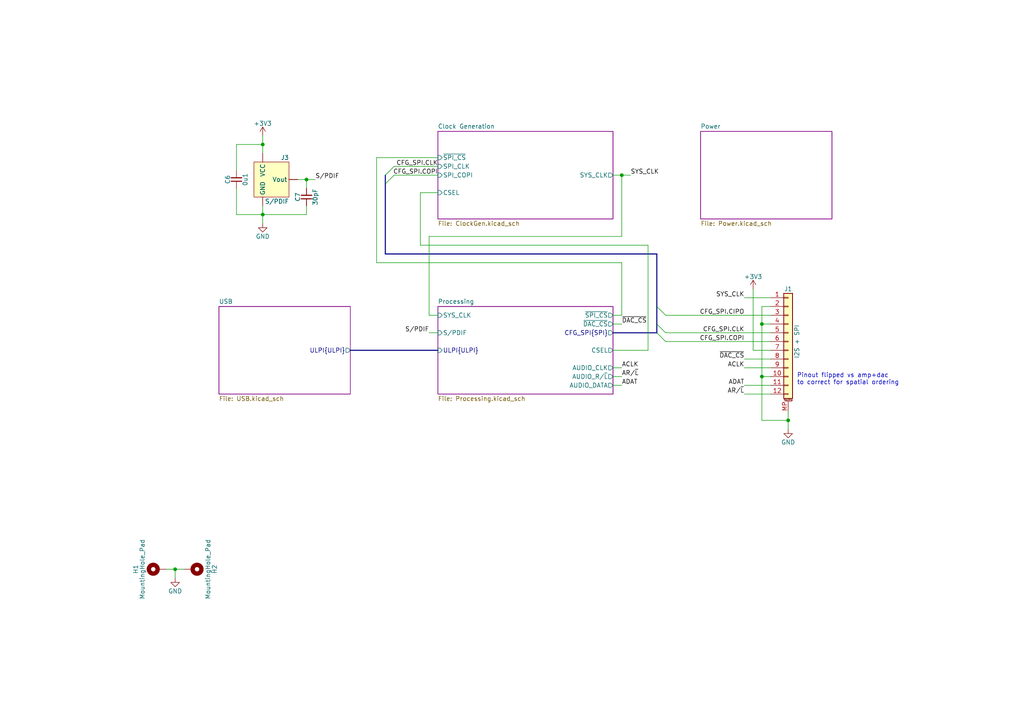
<source format=kicad_sch>
(kicad_sch (version 20211123) (generator eeschema)
  (paper "A4")
  (lib_symbols
    (symbol "Connector_Generic_MountingPin:Conn_01x12_MountingPin" (pin_names (offset 1.016) hide)
      (property "Reference" "J" (at 0 15.24 0))
      (property "Value" "Conn_01x12_MountingPin" (at 1.27 -17.78 0))
      (symbol "Conn_01x12_MountingPin_1_1"
        (rectangle (start -1.27 -15.113) (end 0 -15.367) (stroke (width 0.1524)))
        (rectangle (start -1.27 -12.573) (end 0 -12.827) (stroke (width 0.1524)))
        (rectangle (start -1.27 -10.033) (end 0 -10.287) (stroke (width 0.1524)))
        (rectangle (start -1.27 -7.493) (end 0 -7.747) (stroke (width 0.1524)))
        (rectangle (start -1.27 -4.953) (end 0 -5.207) (stroke (width 0.1524)))
        (rectangle (start -1.27 -2.413) (end 0 -2.667) (stroke (width 0.1524)))
        (rectangle (start -1.27 0.127) (end 0 -0.127) (stroke (width 0.1524)))
        (rectangle (start -1.27 2.667) (end 0 2.413) (stroke (width 0.1524)))
        (rectangle (start -1.27 5.207) (end 0 4.953) (stroke (width 0.1524)))
        (rectangle (start -1.27 7.747) (end 0 7.493) (stroke (width 0.1524)))
        (rectangle (start -1.27 10.287) (end 0 10.033) (stroke (width 0.1524)))
        (rectangle (start -1.27 12.827) (end 0 12.573) (stroke (width 0.1524)))
        (rectangle (start -1.27 13.97) (end 1.27 -16.51) (stroke (width 0.254)) (fill (type background)))
        (polyline (pts (xy -1.016 -17.272) (xy 1.016 -17.272)) (stroke (width 0.1524)))
        (text "Mounting" (at 0 -16.891 0) (effects (font (size 0.381 0.381))))
        (pin passive line (at -5.08 12.7 0) (length 3.81) (name "Pin_1") (number "1"))
        (pin passive line (at -5.08 -10.16 0) (length 3.81) (name "Pin_10") (number "10"))
        (pin passive line (at -5.08 -12.7 0) (length 3.81) (name "Pin_11") (number "11"))
        (pin passive line (at -5.08 -15.24 0) (length 3.81) (name "Pin_12") (number "12"))
        (pin passive line (at -5.08 10.16 0) (length 3.81) (name "Pin_2") (number "2"))
        (pin passive line (at -5.08 7.62 0) (length 3.81) (name "Pin_3") (number "3"))
        (pin passive line (at -5.08 5.08 0) (length 3.81) (name "Pin_4") (number "4"))
        (pin passive line (at -5.08 2.54 0) (length 3.81) (name "Pin_5") (number "5"))
        (pin passive line (at -5.08 0 0) (length 3.81) (name "Pin_6") (number "6"))
        (pin passive line (at -5.08 -2.54 0) (length 3.81) (name "Pin_7") (number "7"))
        (pin passive line (at -5.08 -5.08 0) (length 3.81) (name "Pin_8") (number "8"))
        (pin passive line (at -5.08 -7.62 0) (length 3.81) (name "Pin_9") (number "9"))
        (pin passive line (at 0 -20.32 90) (length 3.048) (name "MountPin") (number "MP"))
      )
    )
    (symbol "DX-MON:S{slash}PDIF" (pin_numbers hide)
      (property "Reference" "J" (at 5.08 6.35 0))
      (property "Value" "S{slash}PDIF" (at 5.08 -6.35 0))
      (symbol "S{slash}PDIF_0_1"
        (rectangle (start 5.08 5.08) (end -5.08 -5.08) (stroke (width 0.1524)) (fill (type background)))
      )
      (symbol "S{slash}PDIF_1_1"
        (pin output line (at 7.62 0 180) (length 2.54) (name "Vout") (number "1"))
        (pin power_in line (at -2.54 -7.62 90) (length 2.54) (name "GND") (number "2"))
        (pin power_in line (at -2.54 7.62 270) (length 2.54) (name "VCC") (number "3"))
      )
    )
    (symbol "Device:C_Small" (pin_numbers hide) (pin_names (offset 0.254) hide)
      (property "Reference" "C" (at 0.254 1.778 0))
      (property "Value" "C_Small" (at 0.254 -2.032 0))
      (symbol "C_Small_0_1"
        (polyline (pts (xy -1.524 -0.508) (xy 1.524 -0.508)) (stroke (width 0.3302)))
        (polyline (pts (xy -1.524 0.508) (xy 1.524 0.508)) (stroke (width 0.3048)))
      )
      (symbol "C_Small_1_1"
        (pin passive line (at 0 2.54 270) (length 2.032) (name "~") (number "1"))
        (pin passive line (at 0 -2.54 90) (length 2.032) (name "~") (number "2"))
      )
    )
    (symbol "Mechanical:MountingHole_Pad" (pin_numbers hide) (pin_names (offset 1.016) hide)
      (property "Reference" "H" (at 0 6.35 0))
      (property "Value" "MountingHole_Pad" (at 0 4.445 0))
      (symbol "MountingHole_Pad_0_1"
        (circle (center 0 1.27) (radius 1.27) (stroke (width 1.27)))
      )
      (symbol "MountingHole_Pad_1_1"
        (pin input line (at 0 -2.54 90) (length 2.54) (name "1") (number "1"))
      )
    )
    (symbol "power:+3V3" (power) (pin_names (offset 0))
      (property "Value" "+3V3" (at 0 3.556 0))
      (symbol "+3V3_0_1"
        (polyline (pts (xy -0.762 1.27) (xy 0 2.54)))
        (polyline (pts (xy 0 0) (xy 0 2.54)))
        (polyline (pts (xy 0 2.54) (xy 0.762 1.27)))
      )
      (symbol "+3V3_1_1"
        (pin power_in line (at 0 0 90) (length 0) hide (name "+3V3") (number "1"))
      )
    )
    (symbol "power:GND" (power) (pin_names (offset 0))
      (property "Value" "GND" (at 0 -3.81 0))
      (symbol "GND_0_1"
        (polyline (pts (xy 0 0) (xy 0 -1.27) (xy 1.27 -1.27) (xy 0 -2.54) (xy -1.27 -1.27) (xy 0 -1.27)))
      )
      (symbol "GND_1_1"
        (pin power_in line (at 0 0 270) (length 0) hide (name "GND") (number "1"))
      )
    )
  )
  (junction (at 76.2 62.23))
  (junction (at 180.34 50.8))
  (junction (at 88.9 52.07))
  (junction (at 76.2 41.91))
  (junction (at 228.6 121.92))
  (junction (at 220.98 109.22))
  (junction (at 220.98 93.98))
  (junction (at 50.8 165.1))
  (bus_entry (at 190.5 93.98) (size 2.54 2.54))
  (bus_entry (at 190.5 96.52) (size 2.54 2.54))
  (bus_entry (at 111.76 53.34) (size 2.54 -2.54))
  (bus_entry (at 190.5 88.9) (size 2.54 2.54))
  (bus_entry (at 111.76 50.8) (size 2.54 -2.54))
  (wire (pts (xy 228.6 121.92) (xy 228.6 119.38)))
  (wire (pts (xy 180.34 68.58) (xy 124.46 68.58)))
  (wire (pts (xy 109.22 76.2) (xy 109.22 45.72)))
  (wire (pts (xy 215.9 111.76) (xy 223.52 111.76)))
  (wire (pts (xy 88.9 52.07) (xy 88.9 54.61)))
  (bus (pts (xy 101.6 101.6) (xy 127 101.6)))
  (wire (pts (xy 180.34 50.8) (xy 180.34 68.58)))
  (wire (pts (xy 76.2 41.91) (xy 76.2 44.45)))
  (wire (pts (xy 180.34 91.44) (xy 180.34 76.2)))
  (wire (pts (xy 121.92 71.12) (xy 121.92 55.88)))
  (wire (pts (xy 50.8 165.1) (xy 53.34 165.1)))
  (bus (pts (xy 190.5 73.66) (xy 111.76 73.66)))
  (wire (pts (xy 124.46 68.58) (xy 124.46 91.44)))
  (wire (pts (xy 218.44 83.82) (xy 218.44 101.6)))
  (bus (pts (xy 111.76 50.8) (xy 111.76 53.34)))
  (wire (pts (xy 220.98 93.98) (xy 220.98 88.9)))
  (wire (pts (xy 76.2 39.37) (xy 76.2 41.91)))
  (wire (pts (xy 177.8 101.6) (xy 187.96 101.6)))
  (wire (pts (xy 68.58 41.91) (xy 76.2 41.91)))
  (wire (pts (xy 223.52 106.68) (xy 215.9 106.68)))
  (wire (pts (xy 220.98 121.92) (xy 220.98 109.22)))
  (wire (pts (xy 76.2 62.23) (xy 68.58 62.23)))
  (wire (pts (xy 76.2 59.69) (xy 76.2 62.23)))
  (wire (pts (xy 86.36 52.07) (xy 88.9 52.07)))
  (wire (pts (xy 76.2 64.77) (xy 76.2 62.23)))
  (wire (pts (xy 88.9 62.23) (xy 76.2 62.23)))
  (wire (pts (xy 223.52 109.22) (xy 220.98 109.22)))
  (wire (pts (xy 193.04 96.52) (xy 223.52 96.52)))
  (wire (pts (xy 215.9 104.14) (xy 223.52 104.14)))
  (wire (pts (xy 180.34 50.8) (xy 177.8 50.8)))
  (wire (pts (xy 180.34 109.22) (xy 177.8 109.22)))
  (wire (pts (xy 182.88 50.8) (xy 180.34 50.8)))
  (wire (pts (xy 220.98 109.22) (xy 220.98 93.98)))
  (bus (pts (xy 177.8 96.52) (xy 190.5 96.52)))
  (wire (pts (xy 114.3 50.8) (xy 127 50.8)))
  (wire (pts (xy 180.34 106.68) (xy 177.8 106.68)))
  (wire (pts (xy 177.8 111.76) (xy 180.34 111.76)))
  (wire (pts (xy 228.6 124.46) (xy 228.6 121.92)))
  (wire (pts (xy 187.96 101.6) (xy 187.96 71.12)))
  (wire (pts (xy 220.98 88.9) (xy 223.52 88.9)))
  (wire (pts (xy 124.46 91.44) (xy 127 91.44)))
  (wire (pts (xy 109.22 45.72) (xy 127 45.72)))
  (wire (pts (xy 180.34 76.2) (xy 109.22 76.2)))
  (bus (pts (xy 190.5 93.98) (xy 190.5 96.52)))
  (wire (pts (xy 91.44 52.07) (xy 88.9 52.07)))
  (bus (pts (xy 190.5 73.66) (xy 190.5 88.9)))
  (wire (pts (xy 187.96 71.12) (xy 121.92 71.12)))
  (bus (pts (xy 190.5 88.9) (xy 190.5 93.98)))
  (wire (pts (xy 177.8 91.44) (xy 180.34 91.44)))
  (wire (pts (xy 50.8 167.64) (xy 50.8 165.1)))
  (wire (pts (xy 218.44 101.6) (xy 223.52 101.6)))
  (wire (pts (xy 48.26 165.1) (xy 50.8 165.1)))
  (wire (pts (xy 193.04 99.06) (xy 223.52 99.06)))
  (wire (pts (xy 223.52 114.3) (xy 215.9 114.3)))
  (wire (pts (xy 228.6 121.92) (xy 220.98 121.92)))
  (wire (pts (xy 68.58 62.23) (xy 68.58 54.61)))
  (wire (pts (xy 177.8 93.98) (xy 180.34 93.98)))
  (wire (pts (xy 121.92 55.88) (xy 127 55.88)))
  (wire (pts (xy 114.3 48.26) (xy 127 48.26)))
  (wire (pts (xy 127 96.52) (xy 124.46 96.52)))
  (wire (pts (xy 88.9 59.69) (xy 88.9 62.23)))
  (wire (pts (xy 68.58 49.53) (xy 68.58 41.91)))
  (wire (pts (xy 223.52 93.98) (xy 220.98 93.98)))
  (bus (pts (xy 111.76 53.34) (xy 111.76 73.66)))
  (wire (pts (xy 193.04 91.44) (xy 223.52 91.44)))
  (wire (pts (xy 223.52 86.36) (xy 215.9 86.36)))
  (text "Pinout flipped vs amp+dac\nto correct for spatial ordering" (at 231.14 111.76 0) (effects (font (size 1.27 1.27)) (justify left bottom)))
  (label "CFG_SPI.COPI" (at 127 50.8 180))
  (label "ADAT" (at 215.9 111.76 180))
  (label "AR{slash}~{L}" (at 180.34 109.22 0))
  (label "CFG_SPI.CLK" (at 127 48.26 180))
  (label "ADAT" (at 180.34 111.76 0))
  (label "S{slash}PDIF" (at 124.46 96.52 180))
  (label "~{DAC_CS}" (at 180.34 93.98 0))
  (label "SYS_CLK" (at 182.88 50.8 0))
  (label "S{slash}PDIF" (at 91.44 52.07 0))
  (label "ACLK" (at 215.9 106.68 180))
  (label "~{DAC_CS}" (at 215.9 104.14 180))
  (label "ACLK" (at 180.34 106.68 0))
  (label "SYS_CLK" (at 215.9 86.36 180))
  (label "CFG_SPI.COPI" (at 215.9 99.06 180))
  (label "AR{slash}~{L}" (at 215.9 114.3 180))
  (label "CFG_SPI.CIPO" (at 215.9 91.44 180))
  (label "CFG_SPI.CLK" (at 215.9 96.52 180))
  (symbol (lib_id "power:+3V3") (at 76.2 39.37 0) (unit 1)
    (property "Reference" "#PWR01" (effects hide))
    (property "Value" "+3V3" (at 76.2 35.814 0))
  )
  (symbol (lib_id "power:GND") (at 50.8 167.64 0) (unit 1)
    (property "Reference" "#PWR020" (effects hide))
    (property "Value" "GND" (at 50.8 171.45 0))
  )
  (symbol (lib_id "DX-MON:S{slash}PDIF") (at 78.74 52.07 0) (unit 1)
    (property "Reference" "J3" (at 83.82 45.72 0) (effects (justify right)))
    (property "Value" "S/PDIF" (at 83.82 58.42 0) (effects (justify right)))
    (property "Footprint" "rhais_connector-optical:S-PDIF_Receiver" (effects hide))
    (property "Datasheet" "https://www.cliffuk.co.uk/products/optical/FCR684208T.pdf" (effects hide))
    (property "MFR" "Cliff Electronics" (effects hide))
    (property "MPN" "FCR684208R" (effects hide))
    (property "OC_DIGIKEY" "3185-FCR684208R-ND" (effects hide))
    (property "URL_DIGIKEY" "https://www.digikey.com/en/products/detail/cliff-electronic-components-ltd/FCR684208R/15283092" (effects hide))
  )
  (symbol (lib_id "Connector_Generic_MountingPin:Conn_01x12_MountingPin") (at 228.6 99.06 0) (unit 1)
    (property "Reference" "J1" (at 228.6 83.82 0))
    (property "Value" "I2S + SPI" (at 231.14 99.06 90))
    (property "Footprint" "rhais_connector-te:1-17345952-2_1x12-1MP_P0.5mm_Horizontal" (effects hide))
  )
  (symbol (lib_id "Device:C_Small") (at 68.58 52.07 180) (unit 1)
    (property "Reference" "C6" (at 66.04 52.07 90))
    (property "Value" "0u1" (at 71.12 52.07 90))
    (property "Footprint" "rhais_rcl:C0603" (effects hide))
    (property "Datasheet" "https://product.tdk.com/system/files/dam/doc/product/capacitor/ceramic/mlcc/catalog/mlcc_automotive_general_en.pdf" (effects hide))
    (property "OC_FARNELL" "2310559" (effects hide))
    (property "URL_FARNELL" "https://uk.farnell.com/multicomp/mc0603b104j250ct/cap-0-1-f-25v-5-x7r-0603-reel/dp/2310559" (effects hide))
    (property "MFR" "TDK Corporation" (effects hide))
    (property "MPN" "CGA3E2X7R1E104K080AA" (effects hide))
    (property "OC_DIGIKEY" "445-5667-1-ND" (effects hide))
    (property "URL_DIGIKEY" "https://www.digikey.com/en/products/detail/tdk-corporation/CGA3E2X7R1E104K080AA/2443145" (effects hide))
  )
  (symbol (lib_id "power:GND") (at 228.6 124.46 0) (unit 1)
    (property "Reference" "#PWR0101" (effects hide))
    (property "Value" "GND" (at 228.6 128.27 0))
  )
  (symbol (lib_id "Mechanical:MountingHole_Pad") (at 55.88 165.1 270) (unit 1)
    (property "Reference" "H2" (at 62.23 165.1 0))
    (property "Value" "MountingHole_Pad" (at 60.325 165.1 0))
    (property "Footprint" "MountingHole:MountingHole_3.2mm_M3_Pad" (effects hide))
  )
  (symbol (lib_id "Mechanical:MountingHole_Pad") (at 45.72 165.1 90) (unit 1)
    (property "Reference" "H1" (at 39.37 165.1 0))
    (property "Value" "MountingHole_Pad" (at 41.275 165.1 0))
    (property "Footprint" "MountingHole:MountingHole_3.2mm_M3_Pad" (effects hide))
  )
  (symbol (lib_id "power:GND") (at 76.2 64.77 0) (unit 1)
    (property "Reference" "#PWR02" (effects hide))
    (property "Value" "GND" (at 76.2 68.58 0))
  )
  (symbol (lib_id "Device:C_Small") (at 88.9 57.15 180) (unit 1)
    (property "Reference" "C7" (at 86.36 57.15 90))
    (property "Value" "30pF" (at 91.44 57.15 90))
    (property "Footprint" "rhais_rcl:C0603" (effects hide))
    (property "Datasheet" "https://product.tdk.com/system/files/dam/doc/product/capacitor/ceramic/mlcc/catalog/mlcc_automotive_general_en.pdf" (effects hide))
    (property "OC_FARNELL" "2310559" (effects hide))
    (property "URL_FARNELL" "https://uk.farnell.com/multicomp/mc0603b104j250ct/cap-0-1-f-25v-5-x7r-0603-reel/dp/2310559" (effects hide))
    (property "MFR" "TDK Corporation" (effects hide))
    (property "MPN" "CGA3E2X7R1E104K080AA" (effects hide))
    (property "OC_DIGIKEY" "445-5667-1-ND" (effects hide))
    (property "URL_DIGIKEY" "https://www.digikey.com/en/products/detail/tdk-corporation/CGA3E2X7R1E104K080AA/2443145" (effects hide))
  )
  (symbol (lib_id "power:+3V3") (at 218.44 83.82 0) (unit 1)
    (property "Reference" "#PWR0102" (effects hide))
    (property "Value" "+3V3" (at 218.44 80.264 0))
  )
  (sheet (at 203.2 38.1) (size 38.1 25.4) (stroke (width 0.1524) (color 132 0 132 1)) (fill (color 255 255 255 0.0000))
    (property "Sheet name" "Power" (at 203.2 37.3884 0) (effects (justify left bottom)))
    (property "Sheet file" "Power.kicad_sch" (at 203.2 64.0846 0) (effects (justify left top)))
  )
  (sheet (at 63.5 88.9) (size 38.1 25.4) (stroke (width 0.1524) (color 132 0 132 1)) (fill (color 255 255 255 0.0000))
    (property "Sheet name" "USB" (at 63.5 88.1884 0) (effects (justify left bottom)))
    (property "Sheet file" "USB.kicad_sch" (at 63.5 114.8846 0) (effects (justify left top)))
    (pin "ULPI{ULPI}" output (at 101.6 101.6 0))
  )
  (sheet (at 127 88.9) (size 50.8 25.4) (stroke (width 0.1524) (color 132 0 132 1)) (fill (color 255 255 255 0.0000))
    (property "Sheet name" "Processing" (at 127 88.1884 0) (effects (justify left bottom)))
    (property "Sheet file" "Processing.kicad_sch" (at 127 114.8846 0) (effects (justify left top)))
    (pin "ULPI{ULPI}" input (at 127 101.6 180))
    (pin "AUDIO_CLK" output (at 177.8 106.68 0))
    (pin "SYS_CLK" input (at 127 91.44 180))
    (pin "~{DAC_CS}" output (at 177.8 93.98 0))
    (pin "AUDIO_R{slash}~{L}" output (at 177.8 109.22 0))
    (pin "AUDIO_DATA" output (at 177.8 111.76 0))
    (pin "CFG_SPI{SPI}" output (at 177.8 96.52 0))
    (pin "S{slash}PDIF" input (at 127 96.52 180))
    (pin "~{SPI_CS}" output (at 177.8 91.44 0))
    (pin "CSEL" output (at 177.8 101.6 0))
  )
  (sheet (at 127 38.1) (size 50.8 25.4) (stroke (width 0.1524) (color 132 0 132 1)) (fill (color 255 255 255 0.0000))
    (property "Sheet name" "Clock Generation" (at 127 37.3884 0) (effects (justify left bottom)))
    (property "Sheet file" "ClockGen.kicad_sch" (at 127 64.0846 0) (effects (justify left top)))
    (pin "SYS_CLK" output (at 177.8 50.8 0))
    (pin "~{SPI_CS}" input (at 127 45.72 180))
    (pin "SPI_COPI" input (at 127 50.8 180))
    (pin "SPI_CLK" input (at 127 48.26 180))
    (pin "CSEL" input (at 127 55.88 180))
  )
)
</source>
